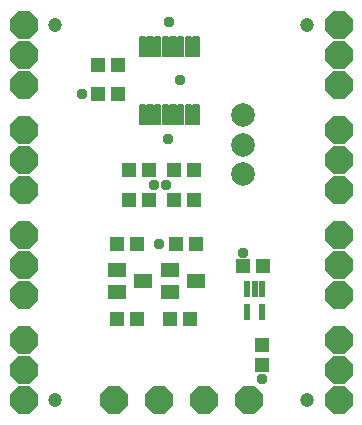
<source format=gts>
G04 EAGLE Gerber X2 export*
%TF.Part,Single*%
%TF.FileFunction,Soldermask,Top,1*%
%TF.FilePolarity,Negative*%
%TF.GenerationSoftware,Autodesk,EAGLE,8.7.0*%
%TF.CreationDate,2018-03-20T01:19:31Z*%
G75*
%MOMM*%
%FSLAX34Y34*%
%LPD*%
%AMOC8*
5,1,8,0,0,1.08239X$1,22.5*%
G01*
%ADD10C,1.203200*%
%ADD11C,0.153300*%
%ADD12P,2.556822X8X112.500000*%
%ADD13P,2.556822X8X292.500000*%
%ADD14R,1.203200X1.303200*%
%ADD15R,1.303200X1.203200*%
%ADD16P,2.556822X8X22.500000*%
%ADD17R,0.603200X1.393200*%
%ADD18C,2.003200*%
%ADD19R,1.603200X1.203200*%
%ADD20C,0.959600*%


D10*
X52070Y25400D03*
X265430Y25400D03*
X52070Y342900D03*
X265430Y342900D03*
D11*
X128140Y275310D02*
X128140Y259110D01*
X123540Y259110D01*
X123540Y275310D01*
X128140Y275310D01*
X128140Y260642D02*
X123540Y260642D01*
X123540Y262174D02*
X128140Y262174D01*
X128140Y263706D02*
X123540Y263706D01*
X123540Y265238D02*
X128140Y265238D01*
X128140Y266770D02*
X123540Y266770D01*
X123540Y268302D02*
X128140Y268302D01*
X128140Y269834D02*
X123540Y269834D01*
X123540Y271366D02*
X128140Y271366D01*
X128140Y272898D02*
X123540Y272898D01*
X123540Y274430D02*
X128140Y274430D01*
X134640Y275310D02*
X134640Y259110D01*
X130040Y259110D01*
X130040Y275310D01*
X134640Y275310D01*
X134640Y260642D02*
X130040Y260642D01*
X130040Y262174D02*
X134640Y262174D01*
X134640Y263706D02*
X130040Y263706D01*
X130040Y265238D02*
X134640Y265238D01*
X134640Y266770D02*
X130040Y266770D01*
X130040Y268302D02*
X134640Y268302D01*
X134640Y269834D02*
X130040Y269834D01*
X130040Y271366D02*
X134640Y271366D01*
X134640Y272898D02*
X130040Y272898D01*
X130040Y274430D02*
X134640Y274430D01*
X141140Y275310D02*
X141140Y259110D01*
X136540Y259110D01*
X136540Y275310D01*
X141140Y275310D01*
X141140Y260642D02*
X136540Y260642D01*
X136540Y262174D02*
X141140Y262174D01*
X141140Y263706D02*
X136540Y263706D01*
X136540Y265238D02*
X141140Y265238D01*
X141140Y266770D02*
X136540Y266770D01*
X136540Y268302D02*
X141140Y268302D01*
X141140Y269834D02*
X136540Y269834D01*
X136540Y271366D02*
X141140Y271366D01*
X141140Y272898D02*
X136540Y272898D01*
X136540Y274430D02*
X141140Y274430D01*
X147640Y275310D02*
X147640Y259110D01*
X143040Y259110D01*
X143040Y275310D01*
X147640Y275310D01*
X147640Y260642D02*
X143040Y260642D01*
X143040Y262174D02*
X147640Y262174D01*
X147640Y263706D02*
X143040Y263706D01*
X143040Y265238D02*
X147640Y265238D01*
X147640Y266770D02*
X143040Y266770D01*
X143040Y268302D02*
X147640Y268302D01*
X147640Y269834D02*
X143040Y269834D01*
X143040Y271366D02*
X147640Y271366D01*
X147640Y272898D02*
X143040Y272898D01*
X143040Y274430D02*
X147640Y274430D01*
X154140Y275310D02*
X154140Y259110D01*
X149540Y259110D01*
X149540Y275310D01*
X154140Y275310D01*
X154140Y260642D02*
X149540Y260642D01*
X149540Y262174D02*
X154140Y262174D01*
X154140Y263706D02*
X149540Y263706D01*
X149540Y265238D02*
X154140Y265238D01*
X154140Y266770D02*
X149540Y266770D01*
X149540Y268302D02*
X154140Y268302D01*
X154140Y269834D02*
X149540Y269834D01*
X149540Y271366D02*
X154140Y271366D01*
X154140Y272898D02*
X149540Y272898D01*
X149540Y274430D02*
X154140Y274430D01*
X160640Y275310D02*
X160640Y259110D01*
X156040Y259110D01*
X156040Y275310D01*
X160640Y275310D01*
X160640Y260642D02*
X156040Y260642D01*
X156040Y262174D02*
X160640Y262174D01*
X160640Y263706D02*
X156040Y263706D01*
X156040Y265238D02*
X160640Y265238D01*
X160640Y266770D02*
X156040Y266770D01*
X156040Y268302D02*
X160640Y268302D01*
X160640Y269834D02*
X156040Y269834D01*
X156040Y271366D02*
X160640Y271366D01*
X160640Y272898D02*
X156040Y272898D01*
X156040Y274430D02*
X160640Y274430D01*
X167140Y275310D02*
X167140Y259110D01*
X162540Y259110D01*
X162540Y275310D01*
X167140Y275310D01*
X167140Y260642D02*
X162540Y260642D01*
X162540Y262174D02*
X167140Y262174D01*
X167140Y263706D02*
X162540Y263706D01*
X162540Y265238D02*
X167140Y265238D01*
X167140Y266770D02*
X162540Y266770D01*
X162540Y268302D02*
X167140Y268302D01*
X167140Y269834D02*
X162540Y269834D01*
X162540Y271366D02*
X167140Y271366D01*
X167140Y272898D02*
X162540Y272898D01*
X162540Y274430D02*
X167140Y274430D01*
X173640Y275310D02*
X173640Y259110D01*
X169040Y259110D01*
X169040Y275310D01*
X173640Y275310D01*
X173640Y260642D02*
X169040Y260642D01*
X169040Y262174D02*
X173640Y262174D01*
X173640Y263706D02*
X169040Y263706D01*
X169040Y265238D02*
X173640Y265238D01*
X173640Y266770D02*
X169040Y266770D01*
X169040Y268302D02*
X173640Y268302D01*
X173640Y269834D02*
X169040Y269834D01*
X169040Y271366D02*
X173640Y271366D01*
X173640Y272898D02*
X169040Y272898D01*
X169040Y274430D02*
X173640Y274430D01*
X173640Y316510D02*
X173640Y332710D01*
X173640Y316510D02*
X169040Y316510D01*
X169040Y332710D01*
X173640Y332710D01*
X173640Y318042D02*
X169040Y318042D01*
X169040Y319574D02*
X173640Y319574D01*
X173640Y321106D02*
X169040Y321106D01*
X169040Y322638D02*
X173640Y322638D01*
X173640Y324170D02*
X169040Y324170D01*
X169040Y325702D02*
X173640Y325702D01*
X173640Y327234D02*
X169040Y327234D01*
X169040Y328766D02*
X173640Y328766D01*
X173640Y330298D02*
X169040Y330298D01*
X169040Y331830D02*
X173640Y331830D01*
X167140Y332710D02*
X167140Y316510D01*
X162540Y316510D01*
X162540Y332710D01*
X167140Y332710D01*
X167140Y318042D02*
X162540Y318042D01*
X162540Y319574D02*
X167140Y319574D01*
X167140Y321106D02*
X162540Y321106D01*
X162540Y322638D02*
X167140Y322638D01*
X167140Y324170D02*
X162540Y324170D01*
X162540Y325702D02*
X167140Y325702D01*
X167140Y327234D02*
X162540Y327234D01*
X162540Y328766D02*
X167140Y328766D01*
X167140Y330298D02*
X162540Y330298D01*
X162540Y331830D02*
X167140Y331830D01*
X160640Y332710D02*
X160640Y316510D01*
X156040Y316510D01*
X156040Y332710D01*
X160640Y332710D01*
X160640Y318042D02*
X156040Y318042D01*
X156040Y319574D02*
X160640Y319574D01*
X160640Y321106D02*
X156040Y321106D01*
X156040Y322638D02*
X160640Y322638D01*
X160640Y324170D02*
X156040Y324170D01*
X156040Y325702D02*
X160640Y325702D01*
X160640Y327234D02*
X156040Y327234D01*
X156040Y328766D02*
X160640Y328766D01*
X160640Y330298D02*
X156040Y330298D01*
X156040Y331830D02*
X160640Y331830D01*
X154140Y332710D02*
X154140Y316510D01*
X149540Y316510D01*
X149540Y332710D01*
X154140Y332710D01*
X154140Y318042D02*
X149540Y318042D01*
X149540Y319574D02*
X154140Y319574D01*
X154140Y321106D02*
X149540Y321106D01*
X149540Y322638D02*
X154140Y322638D01*
X154140Y324170D02*
X149540Y324170D01*
X149540Y325702D02*
X154140Y325702D01*
X154140Y327234D02*
X149540Y327234D01*
X149540Y328766D02*
X154140Y328766D01*
X154140Y330298D02*
X149540Y330298D01*
X149540Y331830D02*
X154140Y331830D01*
X147640Y332710D02*
X147640Y316510D01*
X143040Y316510D01*
X143040Y332710D01*
X147640Y332710D01*
X147640Y318042D02*
X143040Y318042D01*
X143040Y319574D02*
X147640Y319574D01*
X147640Y321106D02*
X143040Y321106D01*
X143040Y322638D02*
X147640Y322638D01*
X147640Y324170D02*
X143040Y324170D01*
X143040Y325702D02*
X147640Y325702D01*
X147640Y327234D02*
X143040Y327234D01*
X143040Y328766D02*
X147640Y328766D01*
X147640Y330298D02*
X143040Y330298D01*
X143040Y331830D02*
X147640Y331830D01*
X141140Y332710D02*
X141140Y316510D01*
X136540Y316510D01*
X136540Y332710D01*
X141140Y332710D01*
X141140Y318042D02*
X136540Y318042D01*
X136540Y319574D02*
X141140Y319574D01*
X141140Y321106D02*
X136540Y321106D01*
X136540Y322638D02*
X141140Y322638D01*
X141140Y324170D02*
X136540Y324170D01*
X136540Y325702D02*
X141140Y325702D01*
X141140Y327234D02*
X136540Y327234D01*
X136540Y328766D02*
X141140Y328766D01*
X141140Y330298D02*
X136540Y330298D01*
X136540Y331830D02*
X141140Y331830D01*
X134640Y332710D02*
X134640Y316510D01*
X130040Y316510D01*
X130040Y332710D01*
X134640Y332710D01*
X134640Y318042D02*
X130040Y318042D01*
X130040Y319574D02*
X134640Y319574D01*
X134640Y321106D02*
X130040Y321106D01*
X130040Y322638D02*
X134640Y322638D01*
X134640Y324170D02*
X130040Y324170D01*
X130040Y325702D02*
X134640Y325702D01*
X134640Y327234D02*
X130040Y327234D01*
X130040Y328766D02*
X134640Y328766D01*
X134640Y330298D02*
X130040Y330298D01*
X130040Y331830D02*
X134640Y331830D01*
X128140Y332710D02*
X128140Y316510D01*
X123540Y316510D01*
X123540Y332710D01*
X128140Y332710D01*
X128140Y318042D02*
X123540Y318042D01*
X123540Y319574D02*
X128140Y319574D01*
X128140Y321106D02*
X123540Y321106D01*
X123540Y322638D02*
X128140Y322638D01*
X128140Y324170D02*
X123540Y324170D01*
X123540Y325702D02*
X128140Y325702D01*
X128140Y327234D02*
X123540Y327234D01*
X123540Y328766D02*
X128140Y328766D01*
X128140Y330298D02*
X123540Y330298D01*
X123540Y331830D02*
X128140Y331830D01*
D12*
X25400Y50800D03*
X25400Y139700D03*
X25400Y228600D03*
X25400Y317500D03*
D13*
X292100Y317500D03*
X292100Y228600D03*
X292100Y139700D03*
X292100Y50800D03*
D14*
X131690Y194310D03*
X114690Y194310D03*
X169790Y194310D03*
X152790Y194310D03*
X131690Y219710D03*
X114690Y219710D03*
X169790Y219710D03*
X152790Y219710D03*
D15*
X105020Y308610D03*
X88020Y308610D03*
X105020Y284480D03*
X88020Y284480D03*
D12*
X25400Y76200D03*
X25400Y165100D03*
X25400Y254000D03*
X25400Y342900D03*
D13*
X292100Y342900D03*
X292100Y254000D03*
X292100Y165100D03*
X292100Y76200D03*
D12*
X25400Y25400D03*
X25400Y114300D03*
X25400Y203200D03*
X25400Y292100D03*
D13*
X292100Y292100D03*
X292100Y203200D03*
X292100Y114300D03*
X292100Y25400D03*
D16*
X101600Y25400D03*
X139700Y25400D03*
D14*
X148980Y93980D03*
X165980Y93980D03*
X104530Y93980D03*
X121530Y93980D03*
D16*
X215900Y25400D03*
X177800Y25400D03*
D17*
X227480Y118820D03*
X220980Y118820D03*
X214480Y118820D03*
X214480Y99620D03*
X227480Y99620D03*
D15*
X228210Y138430D03*
X211210Y138430D03*
D18*
X210820Y266300D03*
X210820Y241300D03*
X210820Y216300D03*
D14*
X154060Y157480D03*
X171060Y157480D03*
X121530Y157480D03*
X104530Y157480D03*
D19*
X171020Y125730D03*
X149020Y116230D03*
X149020Y135230D03*
X126570Y125730D03*
X104570Y116230D03*
X104570Y135230D03*
D14*
X227330Y72000D03*
X227330Y55000D03*
D20*
X210820Y149860D03*
X74930Y284480D03*
X146050Y207010D03*
X147320Y246380D03*
X227330Y43180D03*
X148590Y345440D03*
X139700Y157480D03*
X135890Y207010D03*
X157480Y295910D03*
M02*

</source>
